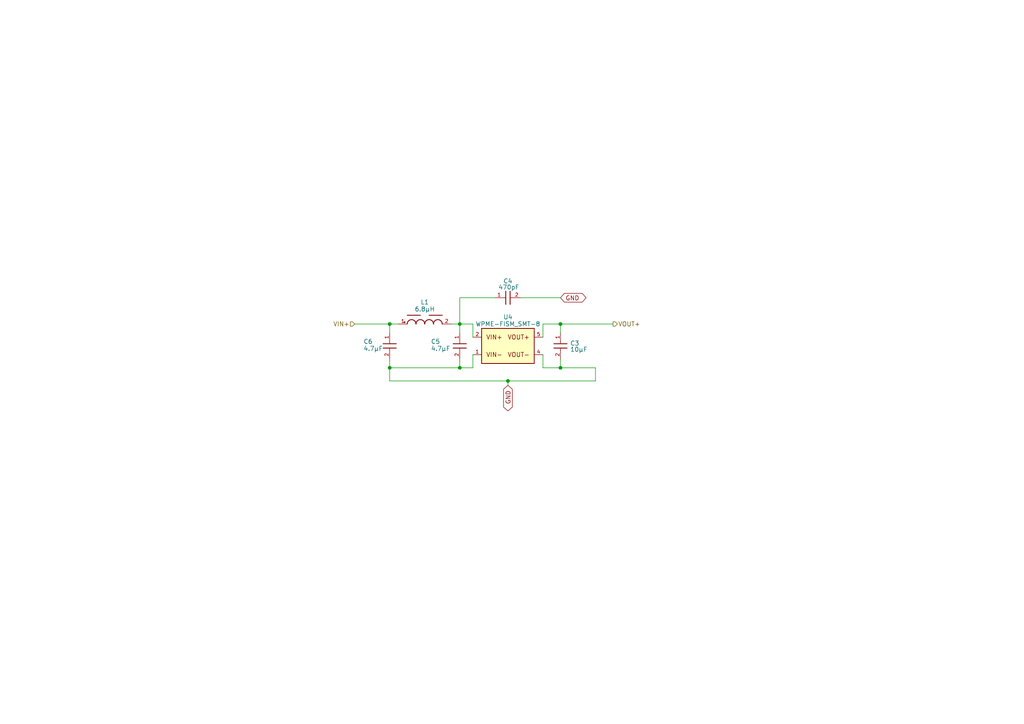
<source format=kicad_sch>
(kicad_sch (version 20231120) (generator "eeschema") (generator_version "8.0")
  (paper "A4")
  (lib_symbols
    (symbol "WCAP-CSGP_1210_H2.0:WCAP-CSGP_1210_H2.0" (pin_names (offset 1.016))
      (property "Reference" "C6" (at 0 -7.62 90))
      (property "Value" "4.7µF" (at 2.032 -7.62 90))
      (symbol "WCAP-CSGP_1210_H2.0_0_0"
        (polyline (pts (xy 0 0) (xy 0.6426 0)) (stroke (width 0.1524)))
        (polyline (pts (xy 0.635 -1.905) (xy 0.635 1.905)) (stroke (width 0.254)))
        (polyline (pts (xy 1.905 1.905) (xy 1.905 -1.905)) (stroke (width 0.254)))
        (polyline (pts (xy 1.9279 0) (xy 2.5705 0)) (stroke (width 0.1524)))
        (pin passive line (at -2.54 0 0) (length 2.54) (name "~") (number "1"))
        (pin passive line (at 5.08 0 180) (length 2.54) (name "~") (number "2"))
      )
    )
    (symbol "WCAP-CSGP_1210_H2.0_1" (pin_names (offset 1.016))
      (property "Reference" "C3" (at 0.508 2.794 90))
      (property "Value" "10µF" (at 2.286 2.794 90))
      (symbol "WCAP-CSGP_1210_H2.0_1_0_0"
        (polyline (pts (xy 0 0) (xy 0.6426 0)) (stroke (width 0.1524)))
        (polyline (pts (xy 0.635 -1.905) (xy 0.635 1.905)) (stroke (width 0.254)))
        (polyline (pts (xy 1.905 1.905) (xy 1.905 -1.905)) (stroke (width 0.254)))
        (polyline (pts (xy 1.9279 0) (xy 2.5705 0)) (stroke (width 0.1524)))
        (pin passive line (at -2.54 0 0) (length 2.54) (name "~") (number "1"))
        (pin passive line (at 5.08 0 180) (length 2.54) (name "~") (number "2"))
      )
    )
    (symbol "WCAP-CSGP_1210_H2.0_2" (pin_names (offset 1.016))
      (property "Reference" "C5" (at 0 -8.382 90))
      (property "Value" "4.7µF" (at 2.032 -8.382 90))
      (symbol "WCAP-CSGP_1210_H2.0_2_0_0"
        (polyline (pts (xy 0 0) (xy 0.6426 0)) (stroke (width 0.1524)))
        (polyline (pts (xy 0.635 -1.905) (xy 0.635 1.905)) (stroke (width 0.254)))
        (polyline (pts (xy 1.905 1.905) (xy 1.905 -1.905)) (stroke (width 0.254)))
        (polyline (pts (xy 1.9279 0) (xy 2.5705 0)) (stroke (width 0.1524)))
        (pin passive line (at -2.54 0 0) (length 2.54) (name "~") (number "1"))
        (pin passive line (at 5.08 0 180) (length 2.54) (name "~") (number "2"))
      )
    )
    (symbol "WCAP-CSMH_1808_H2.0:WCAP-CSMH_1808_H2.0" (pin_names (offset 1.016))
      (property "Reference" "C4" (at 1.27 4.826 0))
      (property "Value" "470pF" (at 1.524 3.048 0))
      (symbol "WCAP-CSMH_1808_H2.0_0_0"
        (polyline (pts (xy 0 0) (xy 0.6426 0)) (stroke (width 0.1524)))
        (polyline (pts (xy 0.635 -1.905) (xy 0.635 1.905)) (stroke (width 0.254)))
        (polyline (pts (xy 1.905 1.905) (xy 1.905 -1.905)) (stroke (width 0.254)))
        (polyline (pts (xy 1.9279 0) (xy 2.5705 0)) (stroke (width 0.1524)))
        (pin passive line (at -2.54 0 0) (length 2.54) (name "~") (number "1"))
        (pin passive line (at 5.08 0 180) (length 2.54) (name "~") (number "2"))
      )
    )
    (symbol "WE-PD2_4532:WE-PD2_4532" (pin_names (offset 1.016))
      (property "Reference" "L1" (at 0 6.35 0))
      (property "Value" "6.8µH" (at 0 4.318 0))
      (symbol "WE-PD2_4532_0_0"
        (circle (center -5.842 0.508) (radius 0.127) (stroke (width 0.254)))
        (arc (start -2.54 0) (mid -3.81 1.2645) (end -5.08 0) (stroke (width 0.254)))
        (arc (start 0 0) (mid -1.27 1.2645) (end -2.54 0) (stroke (width 0.254)))
        (polyline (pts (xy -1.27 2.54) (xy -5.08 2.54)) (stroke (width 0.254)))
        (polyline (pts (xy 5.08 2.54) (xy 1.27 2.54)) (stroke (width 0.254)))
        (arc (start 2.54 0) (mid 1.27 1.2645) (end 0 0) (stroke (width 0.254)))
        (arc (start 5.08 0) (mid 3.81 1.2645) (end 2.54 0) (stroke (width 0.254)))
        (pin passive line (at -7.62 0 0) (length 2.54) (name "~") (number "1"))
        (pin passive line (at 7.62 0 180) (length 2.54) (name "~") (number "2"))
      )
    )
    (symbol "WPME-FISM_SMT-8:WPME-FISM_SMT-8" (pin_names (offset 1.016))
      (property "Reference" "U4" (at 0 8.382 0))
      (property "Value" "WPME-FISM_SMT-8" (at 0 6.35 0))
      (symbol "WPME-FISM_SMT-8_0_0"
        (rectangle (start -7.62 5.08) (end 7.62 -5.08) (stroke (width 0.254)) (fill (type background)))
        (text "VIN+" (at -6.35 2.54 0) (effects (font (size 1.27 1.27)) (justify left)))
        (text "VIN-" (at -6.35 -2.54 0) (effects (font (size 1.27 1.27)) (justify left)))
        (text "VOUT+" (at 6.35 2.54 0) (effects (font (size 1.27 1.27)) (justify right)))
        (text "VOUT-" (at 6.35 -2.54 0) (effects (font (size 1.27 1.27)) (justify right)))
        (pin input line (at -10.16 -2.54 0) (length 2.54) (name "~") (number "1"))
        (pin input line (at -10.16 2.54 0) (length 2.54) (name "~") (number "2"))
        (pin output line (at 10.16 -2.54 180) (length 2.54) (name "~") (number "4"))
        (pin output line (at 10.16 2.54 180) (length 2.54) (name "~") (number "5"))
      )
    )
  )
  (junction (at 162.56 106.68))
  (junction (at 133.35 106.68))
  (junction (at 113.03 106.68))
  (junction (at 147.32 110.49))
  (junction (at 162.56 93.98))
  (junction (at 113.03 93.98))
  (junction (at 133.35 93.98))
  (wire (pts (xy 147.32 110.49) (xy 172.72 110.49)))
  (wire (pts (xy 157.48 93.98) (xy 162.56 93.98)))
  (wire (pts (xy 113.03 110.49) (xy 147.32 110.49)))
  (wire (pts (xy 157.48 97.79) (xy 157.48 93.98)))
  (wire (pts (xy 133.35 93.98) (xy 137.16 93.98)))
  (wire (pts (xy 113.03 104.14) (xy 113.03 106.68)))
  (wire (pts (xy 133.35 86.36) (xy 143.51 86.36)))
  (wire (pts (xy 130.81 93.98) (xy 133.35 93.98)))
  (wire (pts (xy 113.03 93.98) (xy 115.57 93.98)))
  (wire (pts (xy 172.72 106.68) (xy 172.72 110.49)))
  (wire (pts (xy 133.35 104.14) (xy 133.35 106.68)))
  (wire (pts (xy 113.03 106.68) (xy 133.35 106.68)))
  (wire (pts (xy 157.48 102.87) (xy 157.48 106.68)))
  (wire (pts (xy 133.35 106.68) (xy 137.16 106.68)))
  (wire (pts (xy 162.56 104.14) (xy 162.56 106.68)))
  (wire (pts (xy 137.16 102.87) (xy 137.16 106.68)))
  (wire (pts (xy 157.48 106.68) (xy 162.56 106.68)))
  (wire (pts (xy 147.32 110.49) (xy 147.32 111.76)))
  (wire (pts (xy 102.87 93.98) (xy 113.03 93.98)))
  (wire (pts (xy 151.13 86.36) (xy 162.56 86.36)))
  (wire (pts (xy 162.56 93.98) (xy 177.8 93.98)))
  (wire (pts (xy 113.03 106.68) (xy 113.03 110.49)))
  (wire (pts (xy 162.56 93.98) (xy 162.56 96.52)))
  (wire (pts (xy 113.03 93.98) (xy 113.03 96.52)))
  (wire (pts (xy 162.56 106.68) (xy 172.72 106.68)))
  (wire (pts (xy 137.16 97.79) (xy 137.16 93.98)))
  (wire (pts (xy 133.35 93.98) (xy 133.35 96.52)))
  (wire (pts (xy 133.35 93.98) (xy 133.35 86.36)))
  (global_label "GND" (shape bidirectional) (at 162.56 86.36 0) (property "Intersheetrefs" "${INTERSHEET_REFS}" (effects (hide yes))))
  (global_label "GND" (shape bidirectional) (at 147.32 111.76 270) (property "Intersheetrefs" "${INTERSHEET_REFS}" (effects (hide yes))))
  (hierarchical_label "VIN+" (shape input) (at 102.87 93.98 180))
  (hierarchical_label "VOUT+" (shape output) (at 177.8 93.98 0))
  (symbol (lib_id "WPME-FISM_SMT-8:WPME-FISM_SMT-8") (at 147.32 100.33 0) (unit 1)
    (property "Reference" "U4" (at 147.32 91.948 0))
    (property "Value" "WPME-FISM_SMT-8" (at 147.32 93.98 0))
    (property "Footprint" "Custom footprints:WPME-FISM_SMT-8_L13.2W11.4H7.25" (effects (hide yes)))
  )
  (symbol (lib_name "WCAP-CSGP_1210_H2.0_2") (lib_id "WCAP-CSGP_1210_H2.0:WCAP-CSGP_1210_H2.0") (at 133.35 99.06 270) (unit 1)
    (property "Reference" "C5" (at 124.968 99.06 90) (effects (justify left)))
    (property "Value" "4.7µF" (at 124.968 101.092 90) (effects (justify left)))
    (property "Footprint" "Custom footprints:WCAP-CSGP_1210_H2.0" (effects (hide yes)))
  )
  (symbol (lib_id "WCAP-CSGP_1210_H2.0:WCAP-CSGP_1210_H2.0") (at 113.03 99.06 270) (unit 1)
    (property "Reference" "C6" (at 105.41 99.06 90) (effects (justify left)))
    (property "Value" "4.7µF" (at 105.41 101.092 90) (effects (justify left)))
    (property "Footprint" "Custom footprints:WCAP-CSGP_1210_H2.0" (effects (hide yes)))
  )
  (symbol (lib_name "WCAP-CSGP_1210_H2.0_1") (lib_id "WCAP-CSGP_1210_H2.0:WCAP-CSGP_1210_H2.0") (at 162.56 99.06 270) (unit 1)
    (property "Reference" "C3" (at 165.354 99.568 90) (effects (justify left)))
    (property "Value" "10µF" (at 165.354 101.346 90) (effects (justify left)))
    (property "Footprint" "Custom footprints:WCAP-CSGP_1210_H2.0" (effects (hide yes)))
  )
  (symbol (lib_id "WCAP-CSMH_1808_H2.0:WCAP-CSMH_1808_H2.0") (at 146.05 86.36 0) (unit 1)
    (property "Reference" "C4" (at 147.32 81.534 0))
    (property "Value" "470pF" (at 147.574 83.312 0))
    (property "Footprint" "Custom footprints:WCAP-CSMH_1808_H2.0" (effects (hide yes)))
  )
  (symbol (lib_id "WE-PD2_4532:WE-PD2_4532") (at 123.19 93.98 0) (unit 1)
    (property "Reference" "L1" (at 123.19 87.63 0))
    (property "Value" "6.8µH" (at 123.19 89.662 0))
    (property "Footprint" "Custom footprints:WE-PD2_4532" (effects (hide yes)))
  )
)
</source>
